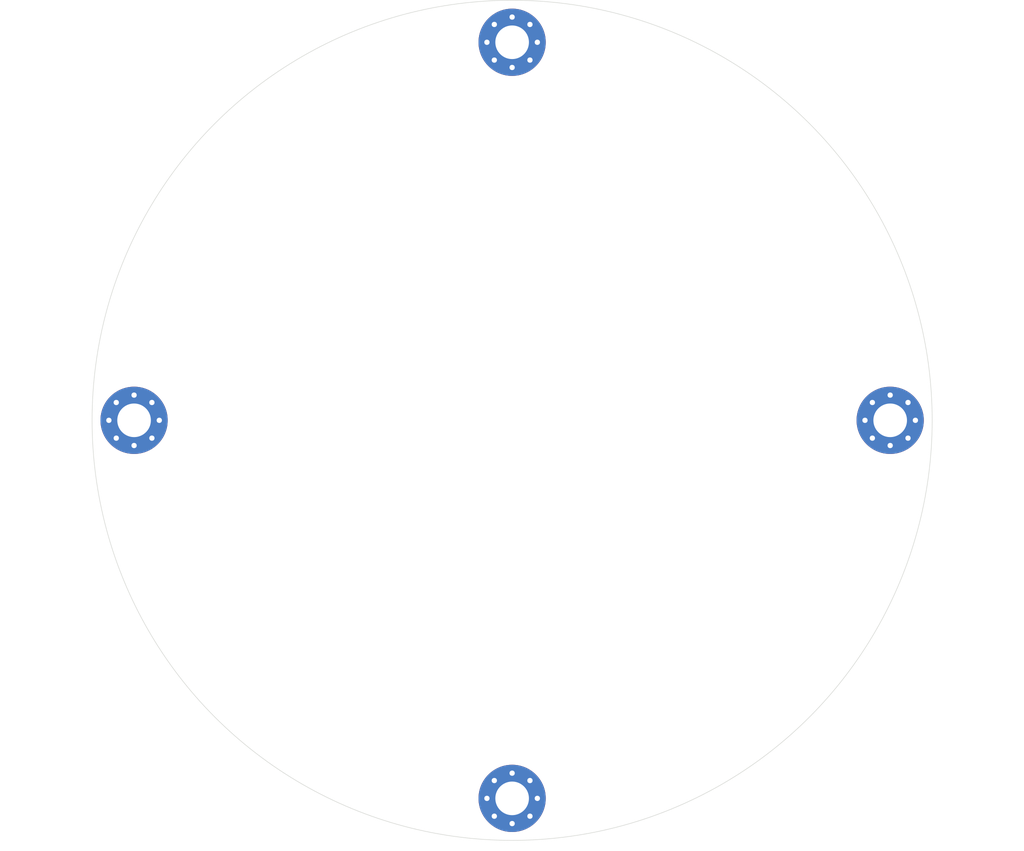
<source format=kicad_pcb>
(kicad_pcb (version 20240108) (generator "pcbnew") (generator_version "8.0")
  (layers (0 "F.Cu" signal) (31 "B.Cu" signal) (34 "B.Paste" user) (35 "F.Paste" user) (36 "B.SilkS" user "B.Silkscreen") (37 "F.SilkS" user "F.Silkscreen") (38 "B.Mask" user) (39 "F.Mask" user) (44 "Edge.Cuts" user))
  (net 0 "")
  (footprint "MountingHole:MountingHole_3.2mm_M3_Pad_Via" (layer "F.Cu") (at 150 64)
    (property "Reference" "REF**" (hide yes))
    (property "Value" "MountingHole_3.2mm_M3_Pad_Via")
    (pad "1" thru_hole circle (at -2.4 0) (size 0.8 0.8) (drill 0.5) (layers "*.Cu" "*.Mask"))
    (pad "1" thru_hole circle (at -1.697056 -1.697056) (size 0.8 0.8) (drill 0.5) (layers "*.Cu" "*.Mask"))
    (pad "1" thru_hole circle (at -1.697056 1.697056) (size 0.8 0.8) (drill 0.5) (layers "*.Cu" "*.Mask"))
    (pad "1" thru_hole circle (at 0 -2.4) (size 0.8 0.8) (drill 0.5) (layers "*.Cu" "*.Mask"))
    (pad "1" thru_hole circle (at 0 0) (size 6.4 6.4) (drill 3.2) (layers "*.Cu" "*.Mask"))
    (pad "1" thru_hole circle (at 0 2.4) (size 0.8 0.8) (drill 0.5) (layers "*.Cu" "*.Mask"))
    (pad "1" thru_hole circle (at 1.697056 -1.697056) (size 0.8 0.8) (drill 0.5) (layers "*.Cu" "*.Mask"))
    (pad "1" thru_hole circle (at 1.697056 1.697056) (size 0.8 0.8) (drill 0.5) (layers "*.Cu" "*.Mask"))
    (pad "1" thru_hole circle (at 2.4 0) (size 0.8 0.8) (drill 0.5) (layers "*.Cu" "*.Mask"))
  )
  (footprint "MountingHole:MountingHole_3.2mm_M3_Pad_Via" (layer "F.Cu") (at 150 136)
    (property "Reference" "REF**" (hide yes))
    (property "Value" "MountingHole_3.2mm_M3_Pad_Via")
    (pad "1" thru_hole circle (at -2.4 0) (size 0.8 0.8) (drill 0.5) (layers "*.Cu" "*.Mask"))
    (pad "1" thru_hole circle (at -1.697056 -1.697056) (size 0.8 0.8) (drill 0.5) (layers "*.Cu" "*.Mask"))
    (pad "1" thru_hole circle (at -1.697056 1.697056) (size 0.8 0.8) (drill 0.5) (layers "*.Cu" "*.Mask"))
    (pad "1" thru_hole circle (at 0 -2.4) (size 0.8 0.8) (drill 0.5) (layers "*.Cu" "*.Mask"))
    (pad "1" thru_hole circle (at 0 0) (size 6.4 6.4) (drill 3.2) (layers "*.Cu" "*.Mask"))
    (pad "1" thru_hole circle (at 0 2.4) (size 0.8 0.8) (drill 0.5) (layers "*.Cu" "*.Mask"))
    (pad "1" thru_hole circle (at 1.697056 -1.697056) (size 0.8 0.8) (drill 0.5) (layers "*.Cu" "*.Mask"))
    (pad "1" thru_hole circle (at 1.697056 1.697056) (size 0.8 0.8) (drill 0.5) (layers "*.Cu" "*.Mask"))
    (pad "1" thru_hole circle (at 2.4 0) (size 0.8 0.8) (drill 0.5) (layers "*.Cu" "*.Mask"))
  )
  (footprint "MountingHole:MountingHole_3.2mm_M3_Pad_Via" (layer "F.Cu") (at 114 100)
    (property "Reference" "REF**" (hide yes))
    (property "Value" "MountingHole_3.2mm_M3_Pad_Via")
    (pad "1" thru_hole circle (at -2.4 0) (size 0.8 0.8) (drill 0.5) (layers "*.Cu" "*.Mask"))
    (pad "1" thru_hole circle (at -1.697056 -1.697056) (size 0.8 0.8) (drill 0.5) (layers "*.Cu" "*.Mask"))
    (pad "1" thru_hole circle (at -1.697056 1.697056) (size 0.8 0.8) (drill 0.5) (layers "*.Cu" "*.Mask"))
    (pad "1" thru_hole circle (at 0 -2.4) (size 0.8 0.8) (drill 0.5) (layers "*.Cu" "*.Mask"))
    (pad "1" thru_hole circle (at 0 0) (size 6.4 6.4) (drill 3.2) (layers "*.Cu" "*.Mask"))
    (pad "1" thru_hole circle (at 0 2.4) (size 0.8 0.8) (drill 0.5) (layers "*.Cu" "*.Mask"))
    (pad "1" thru_hole circle (at 1.697056 -1.697056) (size 0.8 0.8) (drill 0.5) (layers "*.Cu" "*.Mask"))
    (pad "1" thru_hole circle (at 1.697056 1.697056) (size 0.8 0.8) (drill 0.5) (layers "*.Cu" "*.Mask"))
    (pad "1" thru_hole circle (at 2.4 0) (size 0.8 0.8) (drill 0.5) (layers "*.Cu" "*.Mask"))
  )
  (footprint "MountingHole:MountingHole_3.2mm_M3_Pad_Via" (layer "F.Cu") (at 186 100)
    (property "Reference" "REF**" (hide yes))
    (property "Value" "MountingHole_3.2mm_M3_Pad_Via")
    (pad "1" thru_hole circle (at -2.4 0) (size 0.8 0.8) (drill 0.5) (layers "*.Cu" "*.Mask"))
    (pad "1" thru_hole circle (at -1.697056 -1.697056) (size 0.8 0.8) (drill 0.5) (layers "*.Cu" "*.Mask"))
    (pad "1" thru_hole circle (at -1.697056 1.697056) (size 0.8 0.8) (drill 0.5) (layers "*.Cu" "*.Mask"))
    (pad "1" thru_hole circle (at 0 -2.4) (size 0.8 0.8) (drill 0.5) (layers "*.Cu" "*.Mask"))
    (pad "1" thru_hole circle (at 0 0) (size 6.4 6.4) (drill 3.2) (layers "*.Cu" "*.Mask"))
    (pad "1" thru_hole circle (at 0 2.4) (size 0.8 0.8) (drill 0.5) (layers "*.Cu" "*.Mask"))
    (pad "1" thru_hole circle (at 1.697056 -1.697056) (size 0.8 0.8) (drill 0.5) (layers "*.Cu" "*.Mask"))
    (pad "1" thru_hole circle (at 1.697056 1.697056) (size 0.8 0.8) (drill 0.5) (layers "*.Cu" "*.Mask"))
    (pad "1" thru_hole circle (at 2.4 0) (size 0.8 0.8) (drill 0.5) (layers "*.Cu" "*.Mask"))
  )
  (gr_circle (center 150 100) (end 110 100) (stroke (width 0.05)) (fill none) (layer "Edge.Cuts"))
)
</source>
